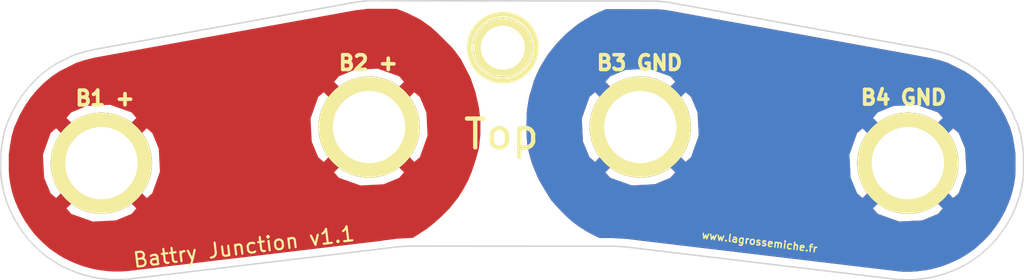
<source format=kicad_pcb>
(kicad_pcb (version 3) (host pcbnew "(2013-07-07 BZR 4022)-stable")

  (general
    (links 4)
    (no_connects 2)
    (area 65.737499 121.313 136.550001 144.05)
    (thickness 1.6)
    (drawings 115)
    (tracks 0)
    (zones 0)
    (modules 5)
    (nets 2)
  )

  (page A3)
  (layers
    (15 F.Cu signal)
    (0 B.Cu signal)
    (16 B.Adhes user hide)
    (17 F.Adhes user hide)
    (18 B.Paste user hide)
    (19 F.Paste user hide)
    (20 B.SilkS user)
    (21 F.SilkS user)
    (22 B.Mask user hide)
    (23 F.Mask user hide)
    (24 Dwgs.User user hide)
    (25 Cmts.User user hide)
    (26 Eco1.User user hide)
    (27 Eco2.User user)
    (28 Edge.Cuts user)
  )

  (setup
    (last_trace_width 0.254)
    (trace_clearance 0.254)
    (zone_clearance 0.508)
    (zone_45_only no)
    (trace_min 0.254)
    (segment_width 0.2)
    (edge_width 0.1)
    (via_size 0.889)
    (via_drill 0.635)
    (via_min_size 0.889)
    (via_min_drill 0.508)
    (uvia_size 0.508)
    (uvia_drill 0.127)
    (uvias_allowed no)
    (uvia_min_size 0.508)
    (uvia_min_drill 0.127)
    (pcb_text_width 0.3)
    (pcb_text_size 1.5 1.5)
    (mod_edge_width 0.15)
    (mod_text_size 1 1)
    (mod_text_width 0.15)
    (pad_size 3 4)
    (pad_drill 0)
    (pad_to_mask_clearance 0)
    (aux_axis_origin 72.75 133.25)
    (visible_elements 7FFFFFFF)
    (pcbplotparams
      (layerselection 32769)
      (usegerberextensions true)
      (excludeedgelayer false)
      (linewidth 0.150000)
      (plotframeref false)
      (viasonmask false)
      (mode 1)
      (useauxorigin true)
      (hpglpennumber 1)
      (hpglpenspeed 20)
      (hpglpendiameter 15)
      (hpglpenoverlay 2)
      (psnegative false)
      (psa4output false)
      (plotreference false)
      (plotvalue false)
      (plotothertext false)
      (plotinvisibletext false)
      (padsonsilk false)
      (subtractmaskfromsilk false)
      (outputformat 1)
      (mirror false)
      (drillshape 0)
      (scaleselection 1)
      (outputdirectory gerber/output/))
  )

  (net 0 "")
  (net 1 GND)

  (net_class Default "This is the default net class."
    (clearance 0.254)
    (trace_width 0.254)
    (via_dia 0.889)
    (via_drill 0.635)
    (uvia_dia 0.508)
    (uvia_drill 0.127)
    (add_net "")
    (add_net GND)
  )

  (module 1pin (layer F.Cu) (tedit 53172AED) (tstamp 52583440)
    (at 91.25 130.75)
    (descr "module 1 pin (ou trou mecanique de percage)")
    (tags DEV)
    (path /5257E8D2)
    (fp_text reference "B2 +" (at -0.05 -4.45) (layer F.SilkS)
      (effects (font (size 1.016 1.016) (thickness 0.254)))
    )
    (fp_text value CONN_1 (at 0 2.794) (layer F.SilkS) hide
      (effects (font (size 1.016 1.016) (thickness 0.254)))
    )
    (fp_circle (center 0 0) (end 0 -2.286) (layer F.SilkS) (width 0.381))
    (pad 1 thru_hole circle (at 0 0) (size 7 7) (drill 5)
      (layers *.Cu *.Mask F.SilkS)
      (net 1 GND)
    )
  )

  (module 1pin (layer F.Cu) (tedit 53172AF7) (tstamp 52583446)
    (at 72.75 133.25)
    (descr "module 1 pin (ou trou mecanique de percage)")
    (tags DEV)
    (path /5257E8E1)
    (fp_text reference "B1 +" (at 0.25 -4.5) (layer F.SilkS)
      (effects (font (size 1.016 1.016) (thickness 0.254)))
    )
    (fp_text value CONN_1 (at 0 2.794) (layer F.SilkS) hide
      (effects (font (size 1.016 1.016) (thickness 0.254)))
    )
    (fp_circle (center 0 0) (end 0 -2.286) (layer F.SilkS) (width 0.381))
    (pad 1 thru_hole circle (at 0 0) (size 7 7) (drill 5)
      (layers *.Cu *.Mask F.SilkS)
      (net 1 GND)
    )
  )

  (module 1pin (layer F.Cu) (tedit 53172B1F) (tstamp 5258344C)
    (at 110 130.75)
    (descr "module 1 pin (ou trou mecanique de percage)")
    (tags DEV)
    (path /5257E8F0)
    (fp_text reference "B3 GND" (at -0.05 -4.45) (layer F.SilkS)
      (effects (font (size 1.016 1.016) (thickness 0.254)))
    )
    (fp_text value CONN_1 (at 0 2.794) (layer F.SilkS) hide
      (effects (font (size 1.016 1.016) (thickness 0.254)))
    )
    (fp_circle (center 0 0) (end 0 -2.286) (layer F.SilkS) (width 0.381))
    (pad 1 thru_hole circle (at 0 0) (size 7 7) (drill 5)
      (layers *.Cu *.Mask F.SilkS)
      (net 1 GND)
    )
  )

  (module 1pin (layer F.Cu) (tedit 53172C3C) (tstamp 52583452)
    (at 128.5 133.25)
    (descr "module 1 pin (ou trou mecanique de percage)")
    (tags DEV)
    (path /5257E8FF)
    (fp_text reference "B4 GND" (at -0.3 -4.55) (layer F.SilkS)
      (effects (font (size 1.016 1.016) (thickness 0.254)))
    )
    (fp_text value CONN_1 (at 0 2.794) (layer F.SilkS) hide
      (effects (font (size 1.016 1.016) (thickness 0.254)))
    )
    (fp_circle (center 0 0) (end 0 -2.286) (layer F.SilkS) (width 0.381))
    (pad 1 thru_hole circle (at 0 0) (size 7 7) (drill 5)
      (layers *.Cu *.Mask F.SilkS)
      (net 1 GND)
    )
  )

  (module 1pin (layer F.Cu) (tedit 531725EB) (tstamp 525834E8)
    (at 100.5 125.25)
    (descr "module 1 pin (ou trou mecanique de percage)")
    (tags DEV)
    (path /5257EBE6)
    (fp_text reference P5 (at 0 -3.048) (layer F.SilkS) hide
      (effects (font (size 1.016 1.016) (thickness 0.254)))
    )
    (fp_text value CONN_1 (at 0 2.794) (layer F.SilkS) hide
      (effects (font (size 1.016 1.016) (thickness 0.254)))
    )
    (fp_circle (center 0 0) (end 0 -2.286) (layer F.SilkS) (width 0.381))
    (pad 1 thru_hole circle (at 0 0) (size 4.064 4.064) (drill 3.048)
      (layers *.Cu *.Mask F.SilkS)
      (net 1 GND)
    )
  )

  (gr_text www.lagrossemiche.fr (at 118.25 138.7 353) (layer F.SilkS)
    (effects (font (size 0.5 0.5) (thickness 0.1)))
  )
  (gr_text "Battry Junction v1.1" (at 82.6 139.05 7) (layer F.SilkS)
    (effects (font (size 1 1) (thickness 0.15)))
  )
  (gr_text "Top\nBattry Junction v1.0\nLagrossemiche" (at 97.1 138.05) (layer Dwgs.User)
    (effects (font (size 1.5 1.5) (thickness 0.3)))
  )
  (gr_text Top (at 100.4 131.25) (layer F.SilkS)
    (effects (font (size 2 2) (thickness 0.3)))
  )
  (gr_line (start 94.14 138.99) (end 108.16 139) (angle 90) (layer Edge.Cuts) (width 0.1))
  (gr_line (start 91.125 122) (end 90.39 122.09) (angle 90) (layer Edge.Cuts) (width 0.1))
  (gr_line (start 111.15 122.025) (end 91.125 122) (angle 90) (layer Edge.Cuts) (width 0.1))
  (gr_line (start 90.3875 122.0875) (end 72.1875 125.3875) (angle 90) (layer Edge.Cuts) (width 0.1) (tstamp 5317020E))
  (gr_line (start 72.1875 125.3875) (end 71.3875 125.5875) (angle 90) (layer Edge.Cuts) (width 0.1) (tstamp 5317020D))
  (gr_line (start 71.3875 125.5875) (end 70.7875 125.7875) (angle 90) (layer Edge.Cuts) (width 0.1) (tstamp 5317020C))
  (gr_line (start 70.7875 125.7875) (end 70.1875 126.0875) (angle 90) (layer Edge.Cuts) (width 0.1) (tstamp 5317020B))
  (gr_line (start 70.1875 126.0875) (end 69.5875 126.3875) (angle 90) (layer Edge.Cuts) (width 0.1) (tstamp 5317020A))
  (gr_line (start 69.5875 126.3875) (end 68.9875 126.7875) (angle 90) (layer Edge.Cuts) (width 0.1) (tstamp 53170209))
  (gr_line (start 68.9875 126.7875) (end 68.3875 127.2875) (angle 90) (layer Edge.Cuts) (width 0.1) (tstamp 53170208))
  (gr_line (start 68.3875 127.2875) (end 67.8875 127.7875) (angle 90) (layer Edge.Cuts) (width 0.1) (tstamp 53170207))
  (gr_line (start 67.8875 127.7875) (end 67.3875 128.3875) (angle 90) (layer Edge.Cuts) (width 0.1) (tstamp 53170206))
  (gr_line (start 67.3875 128.3875) (end 66.9875 128.9875) (angle 90) (layer Edge.Cuts) (width 0.1) (tstamp 53170205))
  (gr_line (start 66.9875 128.9875) (end 66.5875 129.6875) (angle 90) (layer Edge.Cuts) (width 0.1) (tstamp 53170204))
  (gr_line (start 66.5875 129.6875) (end 66.1875 130.5875) (angle 90) (layer Edge.Cuts) (width 0.1) (tstamp 53170203))
  (gr_line (start 66.1875 130.5875) (end 65.9875 131.2875) (angle 90) (layer Edge.Cuts) (width 0.1) (tstamp 53170202))
  (gr_line (start 65.9875 131.2875) (end 65.8875 131.8875) (angle 90) (layer Edge.Cuts) (width 0.1) (tstamp 53170201))
  (gr_line (start 65.8875 131.8875) (end 65.7875 132.5875) (angle 90) (layer Edge.Cuts) (width 0.1) (tstamp 53170200))
  (gr_line (start 65.7875 132.5875) (end 65.7875 133.7875) (angle 90) (layer Edge.Cuts) (width 0.1) (tstamp 531701FF))
  (gr_line (start 65.7875 133.7875) (end 65.8125 134.2375) (angle 90) (layer Edge.Cuts) (width 0.1) (tstamp 531701FE))
  (gr_line (start 65.8125 134.2375) (end 65.8625 134.5625) (angle 90) (layer Edge.Cuts) (width 0.1) (tstamp 531701FD))
  (gr_line (start 65.8625 134.5625) (end 65.9125 134.8625) (angle 90) (layer Edge.Cuts) (width 0.1) (tstamp 531701FC))
  (gr_line (start 65.9125 134.8625) (end 65.9875 135.2125) (angle 90) (layer Edge.Cuts) (width 0.1) (tstamp 531701FB))
  (gr_line (start 65.9875 135.2125) (end 66.0625 135.4875) (angle 90) (layer Edge.Cuts) (width 0.1) (tstamp 531701FA))
  (gr_line (start 66.0625 135.4875) (end 66.1875 135.8875) (angle 90) (layer Edge.Cuts) (width 0.1) (tstamp 531701F9))
  (gr_line (start 66.1875 135.8875) (end 66.3125 136.2125) (angle 90) (layer Edge.Cuts) (width 0.1) (tstamp 531701F8))
  (gr_line (start 66.3125 136.2125) (end 66.3875 136.3875) (angle 90) (layer Edge.Cuts) (width 0.1) (tstamp 531701F7))
  (gr_line (start 66.3875 136.3875) (end 66.5375 136.7375) (angle 90) (layer Edge.Cuts) (width 0.1) (tstamp 531701F6))
  (gr_line (start 66.5375 136.7375) (end 66.7375 137.1125) (angle 90) (layer Edge.Cuts) (width 0.1) (tstamp 531701F5))
  (gr_line (start 66.7375 137.1125) (end 66.8625 137.3375) (angle 90) (layer Edge.Cuts) (width 0.1) (tstamp 531701F4))
  (gr_line (start 66.8625 137.3375) (end 67.0125 137.5875) (angle 90) (layer Edge.Cuts) (width 0.1) (tstamp 531701F3))
  (gr_line (start 67.0125 137.5875) (end 67.1875 137.8375) (angle 90) (layer Edge.Cuts) (width 0.1) (tstamp 531701F2))
  (gr_line (start 67.1875 137.8375) (end 67.2875 137.9875) (angle 90) (layer Edge.Cuts) (width 0.1) (tstamp 531701F1))
  (gr_line (start 67.2875 137.9875) (end 67.4375 138.1875) (angle 90) (layer Edge.Cuts) (width 0.1) (tstamp 531701F0))
  (gr_line (start 67.4375 138.1875) (end 67.6625 138.4875) (angle 90) (layer Edge.Cuts) (width 0.1) (tstamp 531701EF))
  (gr_line (start 67.6625 138.4875) (end 67.9875 138.8375) (angle 90) (layer Edge.Cuts) (width 0.1) (tstamp 531701EE))
  (gr_line (start 67.9875 138.8375) (end 68.2375 139.0875) (angle 90) (layer Edge.Cuts) (width 0.1) (tstamp 531701ED))
  (gr_line (start 68.2375 139.0875) (end 68.5125 139.3375) (angle 90) (layer Edge.Cuts) (width 0.1) (tstamp 531701EC))
  (gr_line (start 68.5125 139.3375) (end 68.7875 139.5875) (angle 90) (layer Edge.Cuts) (width 0.1) (tstamp 531701EB))
  (gr_line (start 68.7875 139.5875) (end 69.2125 139.8875) (angle 90) (layer Edge.Cuts) (width 0.1) (tstamp 531701EA))
  (gr_line (start 69.2125 139.8875) (end 69.5125 140.0875) (angle 90) (layer Edge.Cuts) (width 0.1) (tstamp 531701E9))
  (gr_line (start 69.5125 140.0875) (end 69.8875 140.3125) (angle 90) (layer Edge.Cuts) (width 0.1) (tstamp 531701E8))
  (gr_line (start 69.8875 140.3125) (end 70.2375 140.4875) (angle 90) (layer Edge.Cuts) (width 0.1) (tstamp 531701E7))
  (gr_line (start 70.2375 140.4875) (end 70.6875 140.6875) (angle 90) (layer Edge.Cuts) (width 0.1) (tstamp 531701E6))
  (gr_line (start 70.6875 140.6875) (end 71.1375 140.8625) (angle 90) (layer Edge.Cuts) (width 0.1) (tstamp 531701E5))
  (gr_line (start 71.1375 140.8625) (end 71.5375 140.9875) (angle 90) (layer Edge.Cuts) (width 0.1) (tstamp 531701E4))
  (gr_line (start 71.5375 140.9875) (end 72.0125 141.1125) (angle 90) (layer Edge.Cuts) (width 0.1) (tstamp 531701E3))
  (gr_line (start 72.0125 141.1125) (end 72.3875 141.1875) (angle 90) (layer Edge.Cuts) (width 0.1) (tstamp 531701E2))
  (gr_line (start 72.3875 141.1875) (end 72.7375 141.2375) (angle 90) (layer Edge.Cuts) (width 0.1) (tstamp 531701E1))
  (gr_line (start 72.7375 141.2375) (end 73.1625 141.2875) (angle 90) (layer Edge.Cuts) (width 0.1) (tstamp 531701E0))
  (gr_line (start 73.1625 141.2875) (end 73.5875 141.3125) (angle 90) (layer Edge.Cuts) (width 0.1) (tstamp 531701DF))
  (gr_line (start 73.5875 141.3125) (end 74.1125 141.3125) (angle 90) (layer Edge.Cuts) (width 0.1) (tstamp 531701DE))
  (gr_line (start 74.1125 141.3125) (end 74.5375 141.2875) (angle 90) (layer Edge.Cuts) (width 0.1) (tstamp 531701DD))
  (gr_line (start 74.5375 141.2875) (end 92.2625 139.1625) (angle 90) (layer Edge.Cuts) (width 0.1) (tstamp 531701DC))
  (gr_line (start 92.2625 139.1625) (end 93.2625 139.0375) (angle 90) (layer Edge.Cuts) (width 0.1) (tstamp 531701DB))
  (gr_line (start 93.2625 139.0375) (end 94.1375 138.9875) (angle 90) (layer Edge.Cuts) (width 0.1) (tstamp 531701DA))
  (gr_line (start 111.925 122.1) (end 111.15 122.025) (angle 90) (layer Edge.Cuts) (width 0.1))
  (gr_line (start 109.025 139.05) (end 108.15 139) (angle 90) (layer Edge.Cuts) (width 0.1))
  (gr_line (start 110.025 139.175) (end 109.025 139.05) (angle 90) (layer Edge.Cuts) (width 0.1))
  (gr_line (start 127.75 141.3) (end 110.025 139.175) (angle 90) (layer Edge.Cuts) (width 0.1))
  (gr_line (start 128.175 141.325) (end 127.75 141.3) (angle 90) (layer Edge.Cuts) (width 0.1))
  (gr_line (start 128.7 141.325) (end 128.175 141.325) (angle 90) (layer Edge.Cuts) (width 0.1))
  (gr_line (start 129.125 141.3) (end 128.7 141.325) (angle 90) (layer Edge.Cuts) (width 0.1))
  (gr_line (start 129.55 141.25) (end 129.125 141.3) (angle 90) (layer Edge.Cuts) (width 0.1))
  (gr_line (start 129.9 141.2) (end 129.55 141.25) (angle 90) (layer Edge.Cuts) (width 0.1))
  (gr_line (start 130.275 141.125) (end 129.9 141.2) (angle 90) (layer Edge.Cuts) (width 0.1))
  (gr_line (start 130.75 141) (end 130.275 141.125) (angle 90) (layer Edge.Cuts) (width 0.1))
  (gr_line (start 131.15 140.875) (end 130.75 141) (angle 90) (layer Edge.Cuts) (width 0.1))
  (gr_line (start 131.6 140.7) (end 131.15 140.875) (angle 90) (layer Edge.Cuts) (width 0.1))
  (gr_line (start 132.05 140.5) (end 131.6 140.7) (angle 90) (layer Edge.Cuts) (width 0.1))
  (gr_line (start 132.4 140.325) (end 132.05 140.5) (angle 90) (layer Edge.Cuts) (width 0.1))
  (gr_line (start 132.775 140.1) (end 132.4 140.325) (angle 90) (layer Edge.Cuts) (width 0.1))
  (gr_line (start 133.075 139.9) (end 132.775 140.1) (angle 90) (layer Edge.Cuts) (width 0.1))
  (gr_line (start 133.5 139.6) (end 133.075 139.9) (angle 90) (layer Edge.Cuts) (width 0.1))
  (gr_line (start 133.775 139.35) (end 133.5 139.6) (angle 90) (layer Edge.Cuts) (width 0.1))
  (gr_line (start 134.05 139.1) (end 133.775 139.35) (angle 90) (layer Edge.Cuts) (width 0.1))
  (gr_line (start 134.3 138.85) (end 134.05 139.1) (angle 90) (layer Edge.Cuts) (width 0.1))
  (gr_line (start 134.625 138.5) (end 134.3 138.85) (angle 90) (layer Edge.Cuts) (width 0.1))
  (gr_line (start 134.85 138.2) (end 134.625 138.5) (angle 90) (layer Edge.Cuts) (width 0.1))
  (gr_line (start 135 138) (end 134.85 138.2) (angle 90) (layer Edge.Cuts) (width 0.1))
  (gr_line (start 135.1 137.85) (end 135 138) (angle 90) (layer Edge.Cuts) (width 0.1))
  (gr_line (start 135.275 137.6) (end 135.1 137.85) (angle 90) (layer Edge.Cuts) (width 0.1))
  (gr_line (start 135.425 137.35) (end 135.275 137.6) (angle 90) (layer Edge.Cuts) (width 0.1))
  (gr_line (start 135.55 137.125) (end 135.425 137.35) (angle 90) (layer Edge.Cuts) (width 0.1))
  (gr_line (start 135.75 136.75) (end 135.55 137.125) (angle 90) (layer Edge.Cuts) (width 0.1))
  (gr_line (start 135.9 136.4) (end 135.75 136.75) (angle 90) (layer Edge.Cuts) (width 0.1))
  (gr_line (start 135.975 136.225) (end 135.9 136.4) (angle 90) (layer Edge.Cuts) (width 0.1))
  (gr_line (start 136.1 135.9) (end 135.975 136.225) (angle 90) (layer Edge.Cuts) (width 0.1))
  (gr_line (start 136.225 135.5) (end 136.1 135.9) (angle 90) (layer Edge.Cuts) (width 0.1))
  (gr_line (start 136.3 135.225) (end 136.225 135.5) (angle 90) (layer Edge.Cuts) (width 0.1))
  (gr_line (start 136.375 134.875) (end 136.3 135.225) (angle 90) (layer Edge.Cuts) (width 0.1))
  (gr_line (start 136.425 134.575) (end 136.375 134.875) (angle 90) (layer Edge.Cuts) (width 0.1))
  (gr_line (start 136.475 134.25) (end 136.425 134.575) (angle 90) (layer Edge.Cuts) (width 0.1))
  (gr_line (start 136.5 133.8) (end 136.475 134.25) (angle 90) (layer Edge.Cuts) (width 0.1))
  (gr_line (start 136.5 132.6) (end 136.5 133.8) (angle 90) (layer Edge.Cuts) (width 0.1))
  (gr_line (start 136.4 131.9) (end 136.5 132.6) (angle 90) (layer Edge.Cuts) (width 0.1))
  (gr_line (start 136.3 131.3) (end 136.4 131.9) (angle 90) (layer Edge.Cuts) (width 0.1))
  (gr_line (start 136.1 130.6) (end 136.3 131.3) (angle 90) (layer Edge.Cuts) (width 0.1))
  (gr_line (start 135.7 129.7) (end 136.1 130.6) (angle 90) (layer Edge.Cuts) (width 0.1))
  (gr_line (start 135.3 129) (end 135.7 129.7) (angle 90) (layer Edge.Cuts) (width 0.1))
  (gr_line (start 134.9 128.4) (end 135.3 129) (angle 90) (layer Edge.Cuts) (width 0.1))
  (gr_line (start 134.4 127.8) (end 134.9 128.4) (angle 90) (layer Edge.Cuts) (width 0.1))
  (gr_line (start 133.9 127.3) (end 134.4 127.8) (angle 90) (layer Edge.Cuts) (width 0.1))
  (gr_line (start 133.3 126.8) (end 133.9 127.3) (angle 90) (layer Edge.Cuts) (width 0.1))
  (gr_line (start 132.7 126.4) (end 133.3 126.8) (angle 90) (layer Edge.Cuts) (width 0.1))
  (gr_line (start 132.1 126.1) (end 132.7 126.4) (angle 90) (layer Edge.Cuts) (width 0.1))
  (gr_line (start 131.5 125.8) (end 132.1 126.1) (angle 90) (layer Edge.Cuts) (width 0.1))
  (gr_line (start 130.9 125.6) (end 131.5 125.8) (angle 90) (layer Edge.Cuts) (width 0.1))
  (gr_line (start 130.1 125.4) (end 130.9 125.6) (angle 90) (layer Edge.Cuts) (width 0.1))
  (gr_line (start 111.9 122.1) (end 130.1 125.4) (angle 90) (layer Edge.Cuts) (width 0.1))
  (gr_circle (center 110 130.7) (end 110.6 135.7) (layer Dwgs.User) (width 0.2))

  (zone (net 1) (net_name GND) (layer F.Cu) (tstamp 53172166) (hatch edge 0.508)
    (connect_pads (clearance 0.508))
    (min_thickness 0.254)
    (fill (arc_segments 16) (thermal_gap 0.508) (thermal_bridge_width 1.016))
    (polygon
      (pts
        (xy 110.54 122) (xy 109.44 122.11) (xy 108.8 122.22) (xy 108.07 122.42) (xy 107.58 122.6)
        (xy 107.18 122.78) (xy 106.72 123) (xy 106.23 123.28) (xy 105.69 123.62) (xy 104.87 124.29)
        (xy 104.59 124.58) (xy 104.28 124.9) (xy 104.06 125.16) (xy 103.62 125.71) (xy 103.35 126.14)
        (xy 103.06 126.63) (xy 102.86 127.04) (xy 102.64 127.57) (xy 102.48 128.13) (xy 102.34 128.56)
        (xy 102.26 128.99) (xy 102.19 129.42) (xy 102.14 129.91) (xy 102.13 130.6) (xy 102.14 131.34)
        (xy 102.19 131.94) (xy 102.26 132.31) (xy 102.33 132.63) (xy 102.43 132.99) (xy 102.54 133.34)
        (xy 102.7 133.73) (xy 102.9 134.21) (xy 103.06 134.53) (xy 103.26 134.87) (xy 103.63 135.48)
        (xy 103.85 135.83) (xy 104.14 136.15) (xy 104.5 136.54) (xy 104.9 136.94) (xy 105.28 137.28)
        (xy 105.73 137.62) (xy 106.34 138.01) (xy 106.99 138.34) (xy 107.53 138.6) (xy 108.07 138.82)
        (xy 108.53 138.97) (xy 108.95 139.02) (xy 109.64 139.13) (xy 128.23 141.34) (xy 129.31 141.3)
        (xy 129.98 141.18) (xy 130.8 141) (xy 131.35 140.8) (xy 131.94 140.56) (xy 132.47 140.29)
        (xy 132.93 140) (xy 133.34 139.72) (xy 133.62 139.49) (xy 133.97 139.19) (xy 134.28 138.87)
        (xy 134.51 138.64) (xy 134.73 138.39) (xy 134.94 138.08) (xy 135.3 137.58) (xy 135.51 137.2)
        (xy 135.69 136.86) (xy 135.94 136.33) (xy 136.16 135.72) (xy 136.31 135.21) (xy 136.37 134.89)
        (xy 136.43 134.59) (xy 136.48 134.21) (xy 136.5 133.85) (xy 136.51 133.52) (xy 136.5 132.58)
        (xy 136.44 132.18) (xy 136.32 131.35) (xy 136.02 130.41) (xy 135.67 129.63) (xy 135.3 129)
        (xy 134.89 128.38) (xy 134.16 127.55) (xy 133.7 127.11) (xy 133.3 126.8) (xy 132.74 126.42)
        (xy 131.71 125.91) (xy 131.37 125.75) (xy 130.7 125.54) (xy 130.21 125.42) (xy 129.95 125.38)
        (xy 129.3 125.25) (xy 111.95 122.11) (xy 111.23 122.03) (xy 110.65 122.01)
      )
    )
    (filled_polygon
      (pts
        (xy 135.815 133.7837) (xy 135.793058 134.176155) (xy 135.747882 134.471386) (xy 135.74791 134.472023) (xy 135.70184 134.747324)
        (xy 135.633389 135.066618) (xy 135.565169 135.315988) (xy 135.453867 135.671151) (xy 135.340167 135.967351) (xy 135.270392 136.13015)
        (xy 135.270381 136.130199) (xy 135.130996 136.455407) (xy 134.945743 136.802357) (xy 134.945606 136.802806) (xy 134.829287 137.011789)
        (xy 134.699845 137.227217) (xy 134.538881 137.4571) (xy 134.535663 137.464413) (xy 134.530137 137.469949) (xy 134.439421 137.605971)
        (xy 134.302216 137.788712) (xy 134.301778 137.789623) (xy 134.097759 138.06135) (xy 133.806746 138.374517) (xy 133.579611 138.601652)
        (xy 133.31462 138.842775) (xy 133.313871 138.843227) (xy 133.069462 139.065621) (xy 132.68944 139.333698) (xy 132.671689 139.345536)
        (xy 132.671689 133.859708) (xy 132.587463 132.21686) (xy 132.120813 131.090267) (xy 131.625645 130.66317) (xy 131.08683 131.201985)
        (xy 131.08683 130.124355) (xy 130.659733 129.629187) (xy 129.109708 129.078311) (xy 127.46686 129.162537) (xy 126.340267 129.629187)
        (xy 125.91317 130.124355) (xy 128.5 132.711185) (xy 131.08683 130.124355) (xy 131.08683 131.201985) (xy 129.038815 133.25)
        (xy 131.625645 135.83683) (xy 132.120813 135.409733) (xy 132.671689 133.859708) (xy 132.671689 139.345536) (xy 132.413253 139.517892)
        (xy 132.072423 139.722683) (xy 131.763532 139.877365) (xy 131.344213 140.064057) (xy 131.08683 140.164406) (xy 131.08683 136.375645)
        (xy 128.5 133.788815) (xy 127.961185 134.32763) (xy 127.961185 133.25) (xy 125.374355 130.66317) (xy 124.879187 131.090267)
        (xy 124.328311 132.640292) (xy 124.412537 134.28314) (xy 124.879187 135.409733) (xy 125.374355 135.83683) (xy 127.961185 133.25)
        (xy 127.961185 134.32763) (xy 125.91317 136.375645) (xy 126.340267 136.870813) (xy 127.890292 137.421689) (xy 129.53314 137.337463)
        (xy 130.659733 136.870813) (xy 131.08683 136.375645) (xy 131.08683 140.164406) (xy 130.92751 140.226523) (xy 130.552982 140.343892)
        (xy 130.119768 140.457544) (xy 129.781274 140.525182) (xy 129.458804 140.571076) (xy 129.068975 140.61687) (xy 128.679674 140.64)
        (xy 128.191135 140.64) (xy 127.87048 140.62095) (xy 127.832452 140.608557) (xy 114.171689 138.979609) (xy 114.171689 131.359708)
        (xy 114.087463 129.71686) (xy 113.620813 128.590267) (xy 113.125645 128.16317) (xy 112.58683 128.701985) (xy 112.58683 127.624355)
        (xy 112.159733 127.129187) (xy 110.609708 126.578311) (xy 108.96686 126.662537) (xy 107.840267 127.129187) (xy 107.41317 127.624355)
        (xy 110 130.211185) (xy 112.58683 127.624355) (xy 112.58683 128.701985) (xy 110.538815 130.75) (xy 113.125645 133.33683)
        (xy 113.620813 132.909733) (xy 114.171689 131.359708) (xy 114.171689 138.979609) (xy 112.58683 138.790626) (xy 112.58683 133.875645)
        (xy 110 131.288815) (xy 109.461185 131.82763) (xy 109.461185 130.75) (xy 106.874355 128.16317) (xy 106.379187 128.590267)
        (xy 105.828311 130.140292) (xy 105.912537 131.78314) (xy 106.379187 132.909733) (xy 106.874355 133.33683) (xy 109.461185 130.75)
        (xy 109.461185 131.82763) (xy 107.41317 133.875645) (xy 107.840267 134.370813) (xy 109.390292 134.921689) (xy 111.03314 134.837463)
        (xy 112.159733 134.370813) (xy 112.58683 133.875645) (xy 112.58683 138.790626) (xy 110.111763 138.495493) (xy 110.109721 138.494816)
        (xy 109.109667 138.370253) (xy 109.085332 138.372018) (xy 109.064405 138.366587) (xy 108.226827 138.318292) (xy 108.160003 138.305)
        (xy 107.210058 138.305) (xy 107.046299 138.226153) (xy 106.403106 137.899608) (xy 105.802596 137.515676) (xy 105.36076 137.181844)
        (xy 104.98731 136.847705) (xy 104.591598 136.451993) (xy 104.233715 136.064286) (xy 103.951591 135.752977) (xy 103.738061 135.413271)
        (xy 103.369031 134.804869) (xy 103.171658 134.469336) (xy 103.015548 134.157116) (xy 102.817364 133.681475) (xy 102.659542 133.296782)
        (xy 102.551796 132.953955) (xy 102.453312 132.599411) (xy 102.384451 132.284621) (xy 102.316013 131.922876) (xy 102.266929 131.333861)
        (xy 102.257012 130.600062) (xy 102.266906 129.91738) (xy 102.315959 129.436664) (xy 102.38512 129.01182) (xy 102.463336 128.591408)
        (xy 102.601477 128.167116) (xy 102.760103 127.611928) (xy 102.975825 127.092232) (xy 103.1719 126.69028) (xy 103.458443 126.206121)
        (xy 103.7237 125.783675) (xy 104.158079 125.240701) (xy 104.37419 124.985297) (xy 104.68129 124.66829) (xy 104.956159 124.383605)
        (xy 105.764293 123.7233) (xy 106.295368 123.388919) (xy 106.778981 123.112569) (xy 107.233463 122.895208) (xy 107.628014 122.71766)
        (xy 107.63846 122.713822) (xy 111.148789 122.719949) (xy 111.172299 122.715315) (xy 111.776283 122.773472) (xy 111.77752 122.773961)
        (xy 129.976202 126.081222) (xy 129.999208 126.08084) (xy 130.702291 126.256138) (xy 131.234769 126.433269) (xy 131.793102 126.712861)
        (xy 131.79512 126.713415) (xy 132.358036 126.995301) (xy 132.890469 127.350389) (xy 133.437033 127.805769) (xy 133.893642 128.262379)
        (xy 134.350757 128.811026) (xy 134.715951 129.358611) (xy 135.090674 130.01557) (xy 135.45324 130.829906) (xy 135.631568 131.455931)
        (xy 135.721883 131.995625) (xy 135.721834 131.996517) (xy 135.815 132.651136) (xy 135.815 133.7837)
      )
    )
  )
  (zone (net 1) (net_name GND) (layer B.Cu) (tstamp 53172166) (hatch edge 0.508)
    (connect_pads (clearance 0.508))
    (min_thickness 0.254)
    (fill (arc_segments 16) (thermal_gap 0.508) (thermal_bridge_width 1.016))
    (polygon
      (pts
        (xy 110.54 122) (xy 109.44 122.11) (xy 108.8 122.22) (xy 108.07 122.42) (xy 107.58 122.6)
        (xy 107.18 122.78) (xy 106.72 123) (xy 106.23 123.28) (xy 105.69 123.62) (xy 104.87 124.29)
        (xy 104.59 124.58) (xy 104.28 124.9) (xy 104.06 125.16) (xy 103.62 125.71) (xy 103.35 126.14)
        (xy 103.06 126.63) (xy 102.86 127.04) (xy 102.64 127.57) (xy 102.48 128.13) (xy 102.34 128.56)
        (xy 102.26 128.99) (xy 102.19 129.42) (xy 102.14 129.91) (xy 102.13 130.6) (xy 102.14 131.34)
        (xy 102.19 131.94) (xy 102.26 132.31) (xy 102.33 132.63) (xy 102.43 132.99) (xy 102.54 133.34)
        (xy 102.7 133.73) (xy 102.9 134.21) (xy 103.06 134.53) (xy 103.26 134.87) (xy 103.63 135.48)
        (xy 103.85 135.83) (xy 104.14 136.15) (xy 104.5 136.54) (xy 104.9 136.94) (xy 105.28 137.28)
        (xy 105.73 137.62) (xy 106.34 138.01) (xy 106.99 138.34) (xy 107.53 138.6) (xy 108.07 138.82)
        (xy 108.53 138.97) (xy 108.95 139.02) (xy 109.64 139.13) (xy 128.23 141.34) (xy 129.31 141.3)
        (xy 129.98 141.18) (xy 130.8 141) (xy 131.35 140.8) (xy 131.94 140.56) (xy 132.47 140.29)
        (xy 132.93 140) (xy 133.34 139.72) (xy 133.62 139.49) (xy 133.97 139.19) (xy 134.28 138.87)
        (xy 134.51 138.64) (xy 134.73 138.39) (xy 134.94 138.08) (xy 135.3 137.58) (xy 135.51 137.2)
        (xy 135.69 136.86) (xy 135.94 136.33) (xy 136.16 135.72) (xy 136.31 135.21) (xy 136.37 134.89)
        (xy 136.43 134.59) (xy 136.48 134.21) (xy 136.5 133.85) (xy 136.51 133.52) (xy 136.5 132.58)
        (xy 136.44 132.18) (xy 136.32 131.35) (xy 136.02 130.41) (xy 135.67 129.63) (xy 135.3 129)
        (xy 134.89 128.38) (xy 134.16 127.55) (xy 133.7 127.11) (xy 133.3 126.8) (xy 132.74 126.42)
        (xy 131.71 125.91) (xy 131.37 125.75) (xy 130.7 125.54) (xy 130.21 125.42) (xy 129.95 125.38)
        (xy 129.3 125.25) (xy 111.95 122.11) (xy 111.23 122.03) (xy 110.65 122.01)
      )
    )
    (filled_polygon
      (pts
        (xy 135.815 133.7837) (xy 135.793058 134.176155) (xy 135.747882 134.471386) (xy 135.74791 134.472023) (xy 135.70184 134.747324)
        (xy 135.633389 135.066618) (xy 135.565169 135.315988) (xy 135.453867 135.671151) (xy 135.340167 135.967351) (xy 135.270392 136.13015)
        (xy 135.270381 136.130199) (xy 135.130996 136.455407) (xy 134.945743 136.802357) (xy 134.945606 136.802806) (xy 134.829287 137.011789)
        (xy 134.699845 137.227217) (xy 134.538881 137.4571) (xy 134.535663 137.464413) (xy 134.530137 137.469949) (xy 134.439421 137.605971)
        (xy 134.302216 137.788712) (xy 134.301778 137.789623) (xy 134.097759 138.06135) (xy 133.806746 138.374517) (xy 133.579611 138.601652)
        (xy 133.31462 138.842775) (xy 133.313871 138.843227) (xy 133.069462 139.065621) (xy 132.68944 139.333698) (xy 132.671689 139.345536)
        (xy 132.671689 133.859708) (xy 132.587463 132.21686) (xy 132.120813 131.090267) (xy 131.625645 130.66317) (xy 131.08683 131.201985)
        (xy 131.08683 130.124355) (xy 130.659733 129.629187) (xy 129.109708 129.078311) (xy 127.46686 129.162537) (xy 126.340267 129.629187)
        (xy 125.91317 130.124355) (xy 128.5 132.711185) (xy 131.08683 130.124355) (xy 131.08683 131.201985) (xy 129.038815 133.25)
        (xy 131.625645 135.83683) (xy 132.120813 135.409733) (xy 132.671689 133.859708) (xy 132.671689 139.345536) (xy 132.413253 139.517892)
        (xy 132.072423 139.722683) (xy 131.763532 139.877365) (xy 131.344213 140.064057) (xy 131.08683 140.164406) (xy 131.08683 136.375645)
        (xy 128.5 133.788815) (xy 127.961185 134.32763) (xy 127.961185 133.25) (xy 125.374355 130.66317) (xy 124.879187 131.090267)
        (xy 124.328311 132.640292) (xy 124.412537 134.28314) (xy 124.879187 135.409733) (xy 125.374355 135.83683) (xy 127.961185 133.25)
        (xy 127.961185 134.32763) (xy 125.91317 136.375645) (xy 126.340267 136.870813) (xy 127.890292 137.421689) (xy 129.53314 137.337463)
        (xy 130.659733 136.870813) (xy 131.08683 136.375645) (xy 131.08683 140.164406) (xy 130.92751 140.226523) (xy 130.552982 140.343892)
        (xy 130.119768 140.457544) (xy 129.781274 140.525182) (xy 129.458804 140.571076) (xy 129.068975 140.61687) (xy 128.679674 140.64)
        (xy 128.191135 140.64) (xy 127.87048 140.62095) (xy 127.832452 140.608557) (xy 114.171689 138.979609) (xy 114.171689 131.359708)
        (xy 114.087463 129.71686) (xy 113.620813 128.590267) (xy 113.125645 128.16317) (xy 112.58683 128.701985) (xy 112.58683 127.624355)
        (xy 112.159733 127.129187) (xy 110.609708 126.578311) (xy 108.96686 126.662537) (xy 107.840267 127.129187) (xy 107.41317 127.624355)
        (xy 110 130.211185) (xy 112.58683 127.624355) (xy 112.58683 128.701985) (xy 110.538815 130.75) (xy 113.125645 133.33683)
        (xy 113.620813 132.909733) (xy 114.171689 131.359708) (xy 114.171689 138.979609) (xy 112.58683 138.790626) (xy 112.58683 133.875645)
        (xy 110 131.288815) (xy 109.461185 131.82763) (xy 109.461185 130.75) (xy 106.874355 128.16317) (xy 106.379187 128.590267)
        (xy 105.828311 130.140292) (xy 105.912537 131.78314) (xy 106.379187 132.909733) (xy 106.874355 133.33683) (xy 109.461185 130.75)
        (xy 109.461185 131.82763) (xy 107.41317 133.875645) (xy 107.840267 134.370813) (xy 109.390292 134.921689) (xy 111.03314 134.837463)
        (xy 112.159733 134.370813) (xy 112.58683 133.875645) (xy 112.58683 138.790626) (xy 110.111763 138.495493) (xy 110.109721 138.494816)
        (xy 109.109667 138.370253) (xy 109.085332 138.372018) (xy 109.064405 138.366587) (xy 108.226827 138.318292) (xy 108.160003 138.305)
        (xy 107.210058 138.305) (xy 107.046299 138.226153) (xy 106.403106 137.899608) (xy 105.802596 137.515676) (xy 105.36076 137.181844)
        (xy 104.98731 136.847705) (xy 104.591598 136.451993) (xy 104.233715 136.064286) (xy 103.951591 135.752977) (xy 103.738061 135.413271)
        (xy 103.369031 134.804869) (xy 103.171658 134.469336) (xy 103.015548 134.157116) (xy 102.817364 133.681475) (xy 102.659542 133.296782)
        (xy 102.551796 132.953955) (xy 102.453312 132.599411) (xy 102.384451 132.284621) (xy 102.316013 131.922876) (xy 102.266929 131.333861)
        (xy 102.257012 130.600062) (xy 102.266906 129.91738) (xy 102.315959 129.436664) (xy 102.38512 129.01182) (xy 102.463336 128.591408)
        (xy 102.601477 128.167116) (xy 102.760103 127.611928) (xy 102.975825 127.092232) (xy 103.1719 126.69028) (xy 103.458443 126.206121)
        (xy 103.7237 125.783675) (xy 104.158079 125.240701) (xy 104.37419 124.985297) (xy 104.68129 124.66829) (xy 104.956159 124.383605)
        (xy 105.764293 123.7233) (xy 106.295368 123.388919) (xy 106.778981 123.112569) (xy 107.233463 122.895208) (xy 107.628014 122.71766)
        (xy 107.63846 122.713822) (xy 111.148789 122.719949) (xy 111.172299 122.715315) (xy 111.776283 122.773472) (xy 111.77752 122.773961)
        (xy 129.976202 126.081222) (xy 129.999208 126.08084) (xy 130.702291 126.256138) (xy 131.234769 126.433269) (xy 131.793102 126.712861)
        (xy 131.79512 126.713415) (xy 132.358036 126.995301) (xy 132.890469 127.350389) (xy 133.437033 127.805769) (xy 133.893642 128.262379)
        (xy 134.350757 128.811026) (xy 134.715951 129.358611) (xy 135.090674 130.01557) (xy 135.45324 130.829906) (xy 135.631568 131.455931)
        (xy 135.721883 131.995625) (xy 135.721834 131.996517) (xy 135.815 132.651136) (xy 135.815 133.7837)
      )
    )
  )
  (zone (net 1) (net_name GND) (layer F.Cu) (tstamp 53172492) (hatch edge 0.508)
    (connect_pads (clearance 0.508))
    (min_thickness 0.254)
    (fill (arc_segments 16) (thermal_gap 0.508) (thermal_bridge_width 1.016))
    (polygon
      (pts
        (xy 98.95 131.25) (xy 98.85 132.2) (xy 98.65 132.95) (xy 98.35 133.85) (xy 98.1 134.45)
        (xy 97.75 135.1) (xy 97.4 135.65) (xy 96.8 136.4) (xy 96.25 136.95) (xy 95.75 137.4)
        (xy 95.25 137.8) (xy 94.4 138.35) (xy 93.4 138.95) (xy 93.295808 139.019461) (xy 88.3 139.65)
        (xy 88.300183 139.650825) (xy 74.4 141.3) (xy 73.05 141.3) (xy 72.15 141.15) (xy 71.4 140.95)
        (xy 70.7 140.7) (xy 69.4 140.05) (xy 68.9 139.7) (xy 68.35 139.2) (xy 67.85 138.7)
        (xy 67.35 138.1) (xy 66.9 137.4) (xy 66.4 136.5) (xy 66.1 135.6) (xy 65.85 134.55)
        (xy 65.8 134.05) (xy 65.8 132.55) (xy 65.9 131.85) (xy 66.05 131) (xy 66.25 130.4)
        (xy 66.6 129.65) (xy 67.1 128.8) (xy 67.35 128.45) (xy 67.75 127.95) (xy 68.1 127.55)
        (xy 68.9 126.85) (xy 69.5 126.45) (xy 70.15 126.1) (xy 70.85 125.75) (xy 71.35 125.6)
        (xy 71.9 125.45) (xy 72.7 125.3) (xy 73.95 125.05) (xy 89.9 122.15) (xy 90.8 122.05)
        (xy 91.5 122.05) (xy 92.1 122.2) (xy 92.75 122.4) (xy 93.9 122.85) (xy 94.8 123.3)
        (xy 95.5 123.8) (xy 95.95 124.2) (xy 96.95 125.2) (xy 97.2 125.5) (xy 97.6 126.05)
        (xy 98.25 127.3) (xy 98.6 128.3) (xy 98.85 129.4) (xy 98.95 130.3)
      )
    )
    (filled_polygon
      (pts
        (xy 98.823 131.243334) (xy 98.724735 132.176851) (xy 98.528289 132.913524) (xy 98.230985 133.805437) (xy 97.985193 134.395337)
        (xy 97.640372 135.035718) (xy 97.296541 135.576025) (xy 96.705224 136.315171) (xy 96.162559 136.857836) (xy 95.667783 137.303134)
        (xy 95.421689 137.500009) (xy 95.421689 131.359708) (xy 95.337463 129.71686) (xy 94.870813 128.590267) (xy 94.375645 128.16317)
        (xy 93.83683 128.701985) (xy 93.83683 127.624355) (xy 93.409733 127.129187) (xy 91.859708 126.578311) (xy 90.21686 126.662537)
        (xy 89.090267 127.129187) (xy 88.66317 127.624355) (xy 91.25 130.211185) (xy 93.83683 127.624355) (xy 93.83683 128.701985)
        (xy 91.788815 130.75) (xy 94.375645 133.33683) (xy 94.870813 132.909733) (xy 95.421689 131.359708) (xy 95.421689 137.500009)
        (xy 95.175648 137.696842) (xy 94.332814 138.242206) (xy 94.228157 138.305) (xy 94.14 138.305) (xy 94.128053 138.307376)
        (xy 94.098042 138.303185) (xy 93.83683 138.318246) (xy 93.83683 133.875645) (xy 91.25 131.288815) (xy 90.711185 131.82763)
        (xy 90.711185 130.75) (xy 88.124355 128.16317) (xy 87.629187 128.590267) (xy 87.078311 130.140292) (xy 87.162537 131.78314)
        (xy 87.629187 132.909733) (xy 88.124355 133.33683) (xy 90.711185 130.75) (xy 90.711185 131.82763) (xy 88.66317 133.875645)
        (xy 89.090267 134.370813) (xy 90.640292 134.921689) (xy 92.28314 134.837463) (xy 93.409733 134.370813) (xy 93.83683 133.875645)
        (xy 93.83683 138.318246) (xy 93.223069 138.353636) (xy 93.199488 138.359756) (xy 93.177887 138.358189) (xy 92.177833 138.482753)
        (xy 92.124114 138.50057) (xy 76.921689 140.313349) (xy 76.921689 133.859708) (xy 76.837463 132.21686) (xy 76.370813 131.090267)
        (xy 75.875645 130.66317) (xy 75.33683 131.201985) (xy 75.33683 130.124355) (xy 74.909733 129.629187) (xy 73.359708 129.078311)
        (xy 71.71686 129.162537) (xy 70.590267 129.629187) (xy 70.16317 130.124355) (xy 72.75 132.711185) (xy 75.33683 130.124355)
        (xy 75.33683 131.201985) (xy 73.288815 133.25) (xy 75.875645 135.83683) (xy 76.370813 135.409733) (xy 76.921689 133.859708)
        (xy 76.921689 140.313349) (xy 75.33683 140.502332) (xy 75.33683 136.375645) (xy 72.75 133.788815) (xy 72.211185 134.32763)
        (xy 72.211185 133.25) (xy 69.624355 130.66317) (xy 69.129187 131.090267) (xy 68.578311 132.640292) (xy 68.662537 134.28314)
        (xy 69.129187 135.409733) (xy 69.624355 135.83683) (xy 72.211185 133.25) (xy 72.211185 134.32763) (xy 70.16317 136.375645)
        (xy 70.590267 136.870813) (xy 72.140292 137.421689) (xy 73.78314 137.337463) (xy 74.909733 136.870813) (xy 75.33683 136.375645)
        (xy 75.33683 140.502332) (xy 74.480758 140.604413) (xy 74.092174 140.6275) (xy 73.603635 140.6275) (xy 73.224102 140.604952)
        (xy 72.833273 140.55904) (xy 72.504139 140.512197) (xy 72.17284 140.445997) (xy 71.720045 140.32721) (xy 71.358744 140.213984)
        (xy 70.944994 140.052671) (xy 70.525503 139.8659) (xy 70.214518 139.710171) (xy 69.878004 139.507972) (xy 69.605103 139.32597)
        (xy 69.215956 139.051458) (xy 68.973514 138.830853) (xy 68.972765 138.830402) (xy 68.710449 138.591713) (xy 68.484153 138.365417)
        (xy 68.190012 138.048884) (xy 67.98568 137.77674) (xy 67.985389 137.776133) (xy 67.847104 137.591955) (xy 67.757389 137.457432)
        (xy 67.751883 137.451916) (xy 67.748653 137.444575) (xy 67.588855 137.21636) (xy 67.458679 136.99971) (xy 67.342072 136.790209)
        (xy 67.341937 136.789761) (xy 67.155614 136.440809) (xy 67.017116 136.11767) (xy 67.017112 136.117648) (xy 66.944952 135.949286)
        (xy 66.836632 135.667104) (xy 66.721729 135.300444) (xy 66.653423 135.050759) (xy 66.586463 134.738415) (xy 66.538106 134.449442)
        (xy 66.537768 134.44855) (xy 66.494845 134.168046) (xy 66.4725 133.768364) (xy 66.4725 132.635998) (xy 66.562834 132.001274)
        (xy 66.563106 132.000558) (xy 66.657767 131.43488) (xy 66.83134 130.825548) (xy 67.202621 129.991635) (xy 67.565639 129.355196)
        (xy 67.937889 128.79703) (xy 68.393269 128.250466) (xy 68.849879 127.793857) (xy 69.398526 127.336742) (xy 69.931309 126.98142)
        (xy 70.492192 126.700551) (xy 70.494215 126.699996) (xy 71.04759 126.422886) (xy 71.583622 126.244571) (xy 72.339709 126.056058)
        (xy 90.437156 122.767194) (xy 90.473481 122.769894) (xy 91.164318 122.685069) (xy 93.138799 122.688515) (xy 93.848357 122.966169)
        (xy 94.734291 123.409136) (xy 95.42068 123.899414) (xy 95.862836 124.292442) (xy 96.856124 125.285729) (xy 97.099754 125.578085)
        (xy 97.491705 126.117017) (xy 98.133132 127.35053) (xy 98.477753 128.335163) (xy 98.724569 129.421153) (xy 98.823 130.307034)
        (xy 98.823 131.243334)
      )
    )
  )
)

</source>
